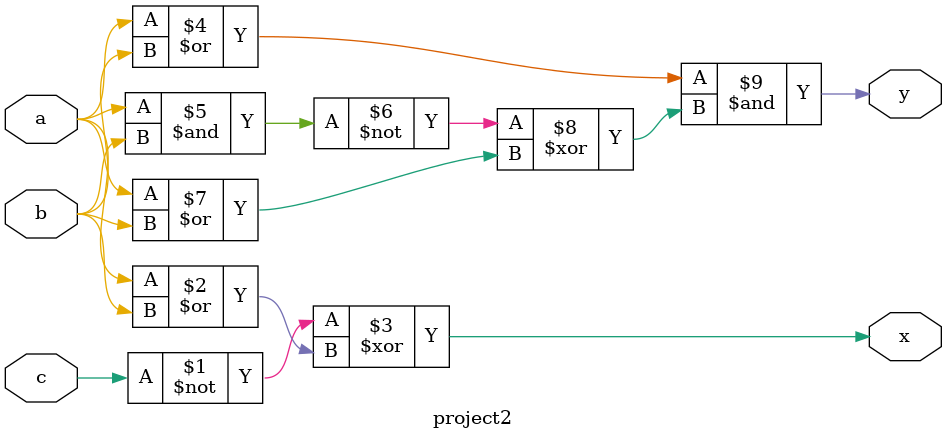
<source format=sv>
`timescale 1ns / 1ps


module project2(
    input logic a,b,c,
    output logic x,y
      );
   assign x=(~c ^ (a | b));
   assign y=( (a|b) & (~(a&b) ^ (a|b)));
endmodule

</source>
